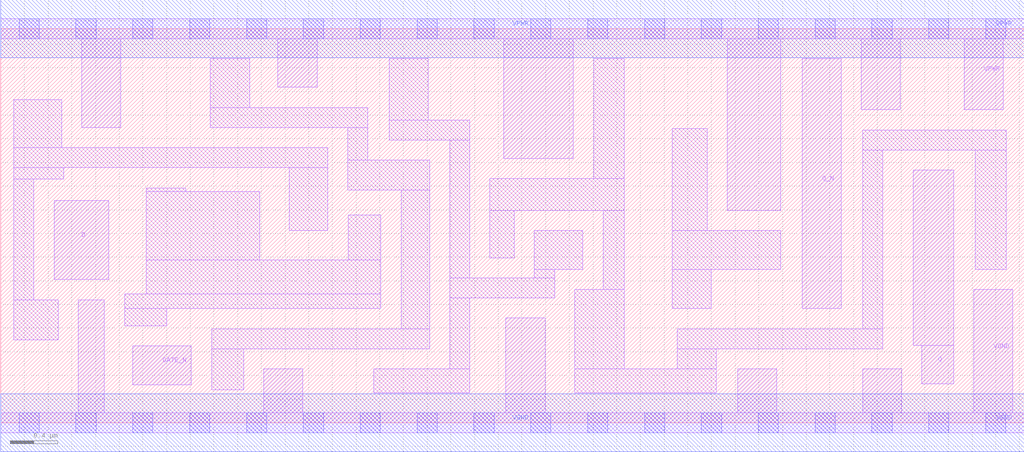
<source format=lef>
# Copyright 2020 The SkyWater PDK Authors
#
# Licensed under the Apache License, Version 2.0 (the "License");
# you may not use this file except in compliance with the License.
# You may obtain a copy of the License at
#
#     https://www.apache.org/licenses/LICENSE-2.0
#
# Unless required by applicable law or agreed to in writing, software
# distributed under the License is distributed on an "AS IS" BASIS,
# WITHOUT WARRANTIES OR CONDITIONS OF ANY KIND, either express or implied.
# See the License for the specific language governing permissions and
# limitations under the License.
#
# SPDX-License-Identifier: Apache-2.0

VERSION 5.7 ;
  NAMESCASESENSITIVE ON ;
  NOWIREEXTENSIONATPIN ON ;
  DIVIDERCHAR "/" ;
  BUSBITCHARS "[]" ;
UNITS
  DATABASE MICRONS 200 ;
END UNITS
MACRO sky130_fd_sc_lp__dlxbn_2
  CLASS CORE ;
  SOURCE USER ;
  FOREIGN sky130_fd_sc_lp__dlxbn_2 ;
  ORIGIN  0.000000  0.000000 ;
  SIZE  8.640000 BY  3.330000 ;
  SYMMETRY X Y R90 ;
  SITE unit ;
  PIN D
    ANTENNAGATEAREA  0.159000 ;
    DIRECTION INPUT ;
    USE SIGNAL ;
    PORT
      LAYER li1 ;
        RECT 0.450000 1.210000 0.910000 1.880000 ;
    END
  END D
  PIN Q
    ANTENNADIFFAREA  0.588000 ;
    DIRECTION OUTPUT ;
    USE SIGNAL ;
    PORT
      LAYER li1 ;
        RECT 7.705000 0.655000 8.045000 2.135000 ;
        RECT 7.775000 0.330000 8.045000 0.655000 ;
    END
  END Q
  PIN Q_N
    ANTENNADIFFAREA  0.588000 ;
    DIRECTION OUTPUT ;
    USE SIGNAL ;
    PORT
      LAYER li1 ;
        RECT 6.765000 0.965000 7.095000 3.075000 ;
    END
  END Q_N
  PIN GATE_N
    ANTENNAGATEAREA  0.159000 ;
    DIRECTION INPUT ;
    USE CLOCK ;
    PORT
      LAYER li1 ;
        RECT 1.115000 0.320000 1.610000 0.650000 ;
    END
  END GATE_N
  PIN VGND
    DIRECTION INOUT ;
    USE GROUND ;
    PORT
      LAYER li1 ;
        RECT 0.000000 -0.085000 8.640000 0.085000 ;
        RECT 0.655000  0.085000 0.875000 1.040000 ;
        RECT 2.220000  0.085000 2.550000 0.455000 ;
        RECT 4.265000  0.085000 4.595000 0.885000 ;
        RECT 6.220000  0.085000 6.550000 0.455000 ;
        RECT 7.275000  0.085000 7.605000 0.455000 ;
        RECT 8.215000  0.085000 8.545000 1.125000 ;
      LAYER mcon ;
        RECT 0.155000 -0.085000 0.325000 0.085000 ;
        RECT 0.635000 -0.085000 0.805000 0.085000 ;
        RECT 1.115000 -0.085000 1.285000 0.085000 ;
        RECT 1.595000 -0.085000 1.765000 0.085000 ;
        RECT 2.075000 -0.085000 2.245000 0.085000 ;
        RECT 2.555000 -0.085000 2.725000 0.085000 ;
        RECT 3.035000 -0.085000 3.205000 0.085000 ;
        RECT 3.515000 -0.085000 3.685000 0.085000 ;
        RECT 3.995000 -0.085000 4.165000 0.085000 ;
        RECT 4.475000 -0.085000 4.645000 0.085000 ;
        RECT 4.955000 -0.085000 5.125000 0.085000 ;
        RECT 5.435000 -0.085000 5.605000 0.085000 ;
        RECT 5.915000 -0.085000 6.085000 0.085000 ;
        RECT 6.395000 -0.085000 6.565000 0.085000 ;
        RECT 6.875000 -0.085000 7.045000 0.085000 ;
        RECT 7.355000 -0.085000 7.525000 0.085000 ;
        RECT 7.835000 -0.085000 8.005000 0.085000 ;
        RECT 8.315000 -0.085000 8.485000 0.085000 ;
      LAYER met1 ;
        RECT 0.000000 -0.245000 8.640000 0.245000 ;
    END
  END VGND
  PIN VPWR
    DIRECTION INOUT ;
    USE POWER ;
    PORT
      LAYER li1 ;
        RECT 0.000000 3.245000 8.640000 3.415000 ;
        RECT 0.685000 2.495000 1.015000 3.245000 ;
        RECT 2.340000 2.835000 2.670000 3.245000 ;
        RECT 4.245000 2.235000 4.835000 3.245000 ;
        RECT 6.135000 1.795000 6.585000 3.245000 ;
        RECT 7.265000 2.645000 7.595000 3.245000 ;
        RECT 8.135000 2.645000 8.465000 3.245000 ;
      LAYER mcon ;
        RECT 0.155000 3.245000 0.325000 3.415000 ;
        RECT 0.635000 3.245000 0.805000 3.415000 ;
        RECT 1.115000 3.245000 1.285000 3.415000 ;
        RECT 1.595000 3.245000 1.765000 3.415000 ;
        RECT 2.075000 3.245000 2.245000 3.415000 ;
        RECT 2.555000 3.245000 2.725000 3.415000 ;
        RECT 3.035000 3.245000 3.205000 3.415000 ;
        RECT 3.515000 3.245000 3.685000 3.415000 ;
        RECT 3.995000 3.245000 4.165000 3.415000 ;
        RECT 4.475000 3.245000 4.645000 3.415000 ;
        RECT 4.955000 3.245000 5.125000 3.415000 ;
        RECT 5.435000 3.245000 5.605000 3.415000 ;
        RECT 5.915000 3.245000 6.085000 3.415000 ;
        RECT 6.395000 3.245000 6.565000 3.415000 ;
        RECT 6.875000 3.245000 7.045000 3.415000 ;
        RECT 7.355000 3.245000 7.525000 3.415000 ;
        RECT 7.835000 3.245000 8.005000 3.415000 ;
        RECT 8.315000 3.245000 8.485000 3.415000 ;
      LAYER met1 ;
        RECT 0.000000 3.085000 8.640000 3.575000 ;
    END
  END VPWR
  OBS
    LAYER li1 ;
      RECT 0.110000 0.700000 0.485000 1.040000 ;
      RECT 0.110000 1.040000 0.280000 2.060000 ;
      RECT 0.110000 2.060000 0.530000 2.155000 ;
      RECT 0.110000 2.155000 2.760000 2.325000 ;
      RECT 0.110000 2.325000 0.515000 2.730000 ;
      RECT 1.045000 0.820000 1.400000 0.965000 ;
      RECT 1.045000 0.965000 3.210000 1.090000 ;
      RECT 1.230000 1.090000 3.210000 1.375000 ;
      RECT 1.230000 1.375000 2.185000 1.955000 ;
      RECT 1.230000 1.955000 1.560000 1.985000 ;
      RECT 1.770000 2.495000 3.100000 2.665000 ;
      RECT 1.770000 2.665000 2.100000 3.075000 ;
      RECT 1.780000 0.280000 2.050000 0.625000 ;
      RECT 1.780000 0.625000 3.620000 0.795000 ;
      RECT 2.435000 1.625000 2.760000 2.155000 ;
      RECT 2.930000 1.965000 3.620000 2.220000 ;
      RECT 2.930000 2.220000 3.100000 2.495000 ;
      RECT 2.935000 1.375000 3.210000 1.755000 ;
      RECT 3.150000 0.255000 3.960000 0.455000 ;
      RECT 3.280000 2.390000 3.960000 2.560000 ;
      RECT 3.280000 2.560000 3.610000 3.075000 ;
      RECT 3.380000 0.795000 3.620000 1.965000 ;
      RECT 3.790000 0.455000 3.960000 1.055000 ;
      RECT 3.790000 1.055000 4.675000 1.225000 ;
      RECT 3.790000 1.225000 3.960000 2.390000 ;
      RECT 4.130000 1.395000 4.335000 1.795000 ;
      RECT 4.130000 1.795000 5.265000 2.065000 ;
      RECT 4.505000 1.225000 4.675000 1.295000 ;
      RECT 4.505000 1.295000 4.915000 1.625000 ;
      RECT 4.845000 0.255000 6.040000 0.455000 ;
      RECT 4.845000 0.455000 5.265000 1.125000 ;
      RECT 5.005000 2.065000 5.265000 3.075000 ;
      RECT 5.085000 1.125000 5.265000 1.795000 ;
      RECT 5.670000 0.965000 6.000000 1.295000 ;
      RECT 5.670000 1.295000 6.585000 1.625000 ;
      RECT 5.670000 1.625000 5.965000 2.485000 ;
      RECT 5.710000 0.455000 6.040000 0.625000 ;
      RECT 5.710000 0.625000 7.445000 0.795000 ;
      RECT 7.275000 0.795000 7.445000 2.305000 ;
      RECT 7.275000 2.305000 8.490000 2.475000 ;
      RECT 8.225000 1.295000 8.490000 2.305000 ;
  END
END sky130_fd_sc_lp__dlxbn_2

</source>
